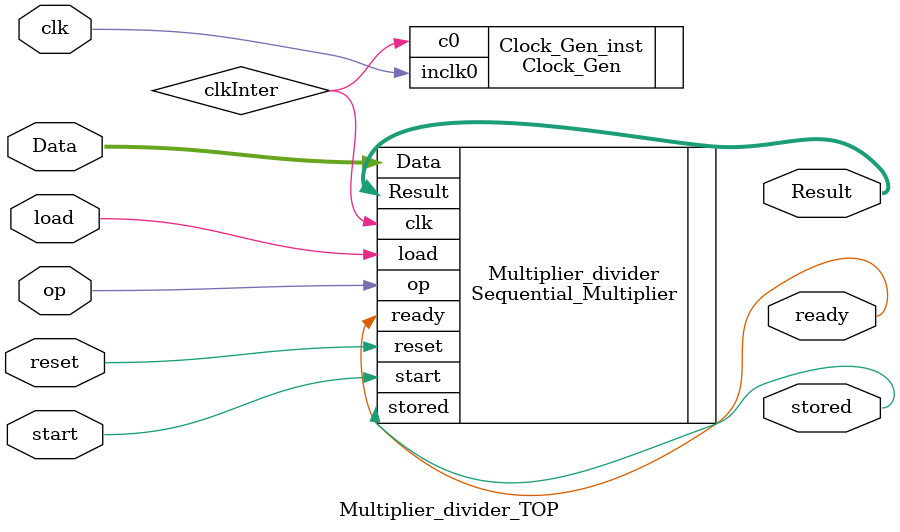
<source format=v>
module Multiplier_divider_TOP
#(
    parameter WORD_LENGTH = 9
) 
(
    input clk,
    input reset,
	 
    input start,
	 input load,
	 input op,
    input [WORD_LENGTH-1 : 0] Data,
	 
    output ready,
    output [2*WORD_LENGTH-1 : 0] Result,
	 output stored
);

wire clkInter /*synthesis keep*/;

Clock_Gen	Clock_Gen_inst (
	.inclk0 ( clk ),
	.c0 ( clkInter )
	);


Sequential_Multiplier 
#(
    .WORD_LENGTH(WORD_LENGTH)
) 
Multiplier_divider
(
    .clk(clkInter),
    .reset(reset),	 
    .start(start),
	 .load(load),
	 .op(op),
    .Data(Data),
	 
    .ready(ready),
    .Result(Result),
	 .stored(stored)
);

endmodule

</source>
